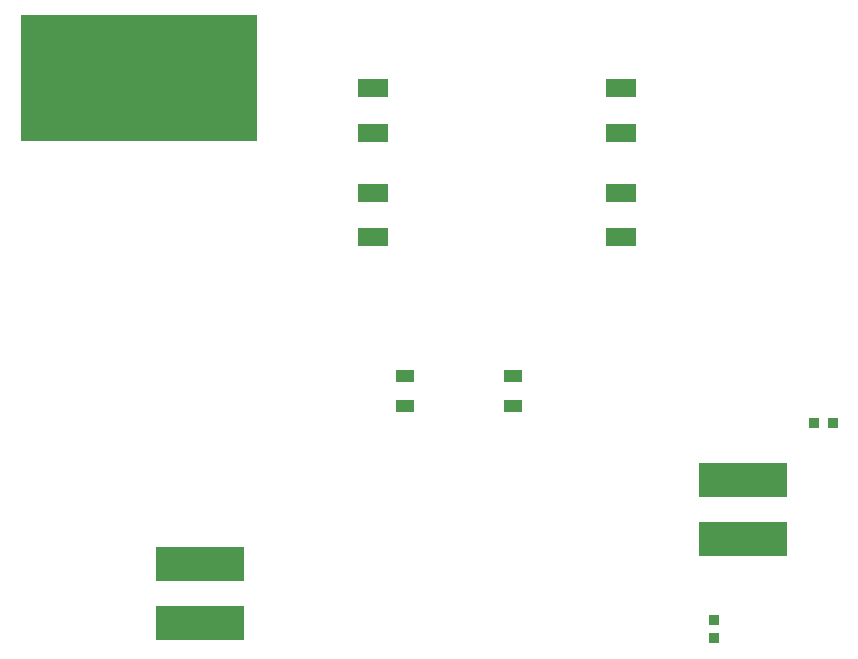
<source format=gbr>
%TF.GenerationSoftware,Altium Limited,Altium Designer,21.6.4 (81)*%
G04 Layer_Color=8421504*
%FSLAX43Y43*%
%MOMM*%
%TF.SameCoordinates,100B324C-8CEB-4A13-B8D1-7C84912F4746*%
%TF.FilePolarity,Positive*%
%TF.FileFunction,Paste,Top*%
%TF.Part,Single*%
G01*
G75*
%TA.AperFunction,TestPad*%
%ADD10R,7.500X3.000*%
%ADD11R,0.900X0.850*%
%ADD12R,1.600X1.000*%
%ADD13R,2.500X1.500*%
%ADD14R,0.850X0.900*%
%TA.AperFunction,NonConductor*%
%ADD142R,20.066X10.668*%
D10*
X35103Y2519D02*
D03*
Y7519D02*
D03*
X81077Y9667D02*
D03*
Y14667D02*
D03*
D11*
X78644Y1261D02*
D03*
Y2811D02*
D03*
D12*
X61674Y20904D02*
D03*
X52524Y23444D02*
D03*
X61674D02*
D03*
X52524Y20904D02*
D03*
D13*
X49774Y38989D02*
D03*
Y47829D02*
D03*
Y35229D02*
D03*
Y44069D02*
D03*
X70774Y38989D02*
D03*
Y35229D02*
D03*
Y44069D02*
D03*
Y47829D02*
D03*
D14*
X88701Y19474D02*
D03*
X87151D02*
D03*
D142*
X29968Y48691D02*
D03*
%TF.MD5,7e693738405678da5bd962b4affa97a3*%
M02*

</source>
